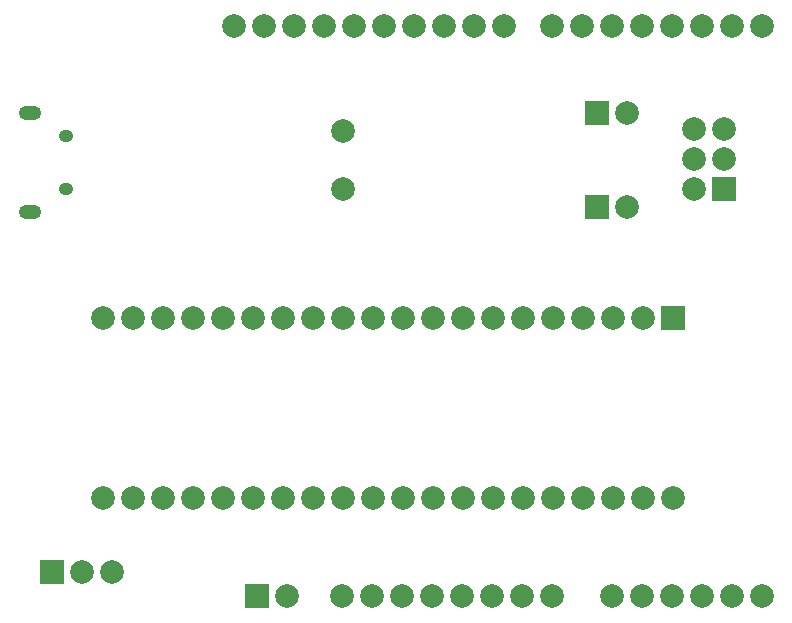
<source format=gbr>
%TF.GenerationSoftware,Altium Limited,Altium Designer,20.2.6 (244)*%
G04 Layer_Color=255*
%FSLAX26Y26*%
%MOIN*%
%TF.SameCoordinates,5A7C1849-F1A5-4743-A48D-7E663CB7BB3B*%
%TF.FilePolarity,Positive*%
%TF.FileFunction,Pads,Bot*%
%TF.Part,Single*%
G01*
G75*
%TA.AperFunction,ComponentPad*%
%ADD30R,0.078740X0.078740*%
%ADD31C,0.078740*%
%ADD32R,0.078740X0.078740*%
%ADD33O,0.049213X0.041339*%
%ADD34O,0.074803X0.047244*%
D30*
X816142Y100000D02*
D03*
X1950000Y1397638D02*
D03*
Y1712598D02*
D03*
X135000Y180000D02*
D03*
D31*
X916142Y100000D02*
D03*
X2101968Y1028347D02*
D03*
X2001968D02*
D03*
X1901968D02*
D03*
X1801968D02*
D03*
X1701968D02*
D03*
X1601968D02*
D03*
X1501968D02*
D03*
X1401968D02*
D03*
X1301968D02*
D03*
X1201968D02*
D03*
X1101968D02*
D03*
X1001968D02*
D03*
X901968D02*
D03*
X801968D02*
D03*
X701968D02*
D03*
X601968D02*
D03*
X501969D02*
D03*
X401969D02*
D03*
X301969D02*
D03*
X2201968Y428346D02*
D03*
X2101968D02*
D03*
X2001968D02*
D03*
X1901968D02*
D03*
X1801968D02*
D03*
X1701968D02*
D03*
X1601968D02*
D03*
X1501968D02*
D03*
X1401968D02*
D03*
X1301968D02*
D03*
X1201968D02*
D03*
X1101968D02*
D03*
X1001968D02*
D03*
X901968D02*
D03*
X801968D02*
D03*
X701968D02*
D03*
X601968D02*
D03*
X501969D02*
D03*
X401969D02*
D03*
X301969D02*
D03*
X940000Y2000000D02*
D03*
X1040000D02*
D03*
X1240000D02*
D03*
X1440000D02*
D03*
X1640000D02*
D03*
X1540000D02*
D03*
X1340000D02*
D03*
X1140000D02*
D03*
X840000D02*
D03*
X740000D02*
D03*
X1800000D02*
D03*
X1900000D02*
D03*
X2100000D02*
D03*
X2500000D02*
D03*
X2000000D02*
D03*
X2200000D02*
D03*
X2300000D02*
D03*
X2400000D02*
D03*
X2000000Y100000D02*
D03*
X2100000D02*
D03*
X2300000D02*
D03*
X2500000D02*
D03*
X2400000D02*
D03*
X2200000D02*
D03*
X1300000D02*
D03*
X1800000D02*
D03*
X1400000D02*
D03*
X1200000D02*
D03*
X1100000D02*
D03*
X1500000D02*
D03*
X1600000D02*
D03*
X1700000D02*
D03*
X1102362Y1651181D02*
D03*
Y1459055D02*
D03*
X2050000Y1397638D02*
D03*
Y1712598D02*
D03*
X335000Y180000D02*
D03*
X235000D02*
D03*
X2272835Y1457480D02*
D03*
X2372835Y1557480D02*
D03*
Y1657480D02*
D03*
X2272835Y1557480D02*
D03*
Y1657480D02*
D03*
D32*
X2201968Y1028347D02*
D03*
X2372835Y1457480D02*
D03*
D33*
X178740Y1632874D02*
D03*
Y1457677D02*
D03*
D34*
X60630Y1380905D02*
D03*
Y1709646D02*
D03*
%TF.MD5,5ea1a22d56f835b8ca682e9c577ec2d3*%
M02*

</source>
